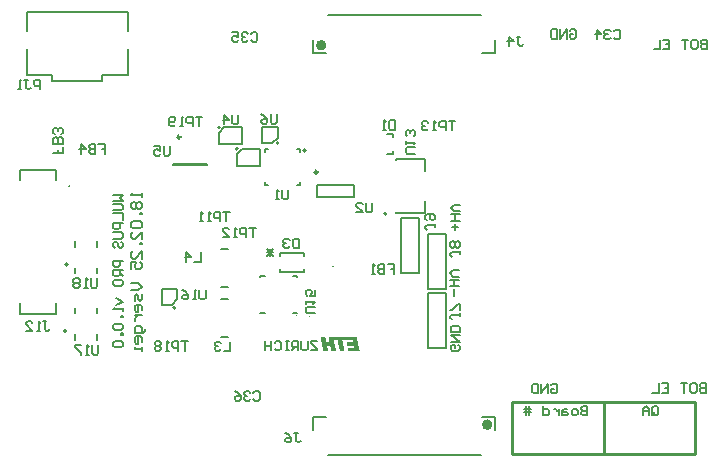
<source format=gbo>
G04*
G04 #@! TF.GenerationSoftware,Altium Limited,Altium Designer,24.6.1 (21)*
G04*
G04 Layer_Color=32896*
%FSLAX44Y44*%
%MOMM*%
G71*
G04*
G04 #@! TF.SameCoordinates,E18C277C-CF0C-426E-95C7-D1DF2096CF1D*
G04*
G04*
G04 #@! TF.FilePolarity,Positive*
G04*
G01*
G75*
%ADD11C,0.1524*%
%ADD12C,0.2000*%
%ADD13C,0.2500*%
%ADD14C,0.1000*%
%ADD16C,0.1500*%
%ADD17C,0.1270*%
%ADD163C,0.5080*%
%ADD164C,0.0500*%
%ADD165C,0.2540*%
G36*
X-43165Y-90639D02*
Y-90914D01*
X-45921D01*
Y-90694D01*
X-45976D01*
Y-90473D01*
X-46031D01*
Y-90198D01*
X-46086D01*
Y-89922D01*
X-46141D01*
Y-89702D01*
X-46196D01*
Y-89316D01*
X-46251D01*
Y-89150D01*
X-46306D01*
Y-88820D01*
X-46362D01*
Y-88544D01*
X-46417D01*
Y-88379D01*
X-46472D01*
Y-87993D01*
X-46527D01*
Y-87828D01*
X-46582D01*
Y-87442D01*
X-46637D01*
Y-87222D01*
X-46692D01*
Y-86946D01*
X-46747D01*
Y-86671D01*
X-46802D01*
Y-86505D01*
X-46858D01*
Y-86120D01*
X-46913D01*
Y-86065D01*
X-50825D01*
Y-86395D01*
X-50770D01*
Y-86560D01*
X-50715D01*
Y-86891D01*
X-50660D01*
Y-87167D01*
X-50605D01*
Y-87332D01*
X-50550D01*
Y-87718D01*
X-50495D01*
Y-87883D01*
X-50440D01*
Y-88269D01*
X-50384D01*
Y-88489D01*
X-50329D01*
Y-88765D01*
X-50274D01*
Y-89095D01*
X-50219D01*
Y-89261D01*
X-50164D01*
Y-89647D01*
X-50109D01*
Y-89867D01*
X-50054D01*
Y-90198D01*
X-49999D01*
Y-90473D01*
X-49943D01*
Y-90639D01*
X-49888D01*
Y-91024D01*
X-49833D01*
Y-91189D01*
X-49778D01*
Y-91575D01*
X-49723D01*
Y-91796D01*
X-49668D01*
Y-92071D01*
X-49613D01*
Y-92402D01*
X-49558D01*
Y-92567D01*
X-49503D01*
Y-92953D01*
X-49448D01*
Y-93173D01*
X-49392D01*
Y-93504D01*
X-49337D01*
Y-93724D01*
X-49282D01*
Y-93945D01*
X-49227D01*
Y-94276D01*
X-49172D01*
Y-94496D01*
X-49117D01*
Y-94827D01*
X-49062D01*
Y-95047D01*
X-49007D01*
Y-95323D01*
X-48952D01*
Y-95653D01*
X-48896D01*
Y-95874D01*
X-48841D01*
Y-96204D01*
X-48786D01*
Y-96425D01*
X-48731D01*
Y-96755D01*
X-48676D01*
Y-97031D01*
X-48621D01*
Y-97251D01*
X-48566D01*
Y-97582D01*
X-48511D01*
Y-97802D01*
X-48456D01*
Y-98133D01*
X-48401D01*
Y-98354D01*
X-48345D01*
Y-98574D01*
X-48235D01*
Y-98629D01*
X-48125D01*
Y-98574D01*
X-44653D01*
Y-98629D01*
X-44598D01*
Y-98574D01*
X-44378D01*
Y-98409D01*
X-44433D01*
Y-98243D01*
X-44488D01*
Y-97858D01*
X-44543D01*
Y-97692D01*
X-44598D01*
Y-97362D01*
X-44653D01*
Y-97086D01*
X-44708D01*
Y-96866D01*
X-44763D01*
Y-96535D01*
X-44819D01*
Y-96314D01*
X-44874D01*
Y-95929D01*
X-44929D01*
Y-95763D01*
X-44984D01*
Y-95433D01*
X-45039D01*
Y-95157D01*
X-45094D01*
Y-94937D01*
X-45149D01*
Y-94606D01*
X-45204D01*
Y-94386D01*
X-45259D01*
Y-94055D01*
X-45314D01*
Y-93835D01*
X-45259D01*
Y-93780D01*
X-42614D01*
Y-93835D01*
X-42559D01*
Y-93945D01*
X-42504D01*
Y-94331D01*
X-42449D01*
Y-94551D01*
X-42394D01*
Y-94771D01*
X-42339D01*
Y-95157D01*
X-42284D01*
Y-95323D01*
X-42228D01*
Y-95708D01*
X-42173D01*
Y-95929D01*
X-42118D01*
Y-96204D01*
X-42063D01*
Y-96480D01*
X-42008D01*
Y-96700D01*
X-41953D01*
Y-97086D01*
X-41898D01*
Y-97306D01*
X-41843D01*
Y-97637D01*
X-41788D01*
Y-97858D01*
X-41733D01*
Y-98078D01*
X-41677D01*
Y-98464D01*
X-41622D01*
Y-98574D01*
X-41512D01*
Y-98629D01*
X-41402D01*
Y-98574D01*
X-37930D01*
Y-98629D01*
X-37820D01*
Y-98574D01*
X-37710D01*
Y-98243D01*
X-37765D01*
Y-97968D01*
X-37820D01*
Y-97747D01*
X-37875D01*
Y-97417D01*
X-37930D01*
Y-97196D01*
X-37985D01*
Y-96866D01*
X-38040D01*
Y-96590D01*
X-38095D01*
Y-96314D01*
X-38150D01*
Y-96039D01*
X-38206D01*
Y-95819D01*
X-38261D01*
Y-95488D01*
X-38316D01*
Y-95267D01*
X-38371D01*
Y-94937D01*
X-38426D01*
Y-94661D01*
X-38481D01*
Y-94441D01*
X-38536D01*
Y-94110D01*
X-38591D01*
Y-93890D01*
X-38647D01*
Y-93559D01*
X-38702D01*
Y-93339D01*
X-38757D01*
Y-93008D01*
X-38812D01*
Y-92732D01*
X-38867D01*
Y-92512D01*
X-38922D01*
Y-92182D01*
X-38977D01*
Y-91961D01*
X-39032D01*
Y-91630D01*
X-39087D01*
Y-91355D01*
X-39142D01*
Y-91134D01*
X-39198D01*
Y-90804D01*
X-39253D01*
Y-90639D01*
X-39308D01*
Y-90253D01*
X-39363D01*
Y-90032D01*
X-39418D01*
Y-89757D01*
X-39473D01*
Y-89481D01*
X-39528D01*
Y-89261D01*
X-36332D01*
Y-89316D01*
X-36277D01*
Y-89591D01*
X-36222D01*
Y-89757D01*
X-36167D01*
Y-90142D01*
X-36112D01*
Y-90363D01*
X-36056D01*
Y-90583D01*
X-36001D01*
Y-90914D01*
X-35946D01*
Y-91134D01*
X-35891D01*
Y-91520D01*
X-35836D01*
Y-91741D01*
X-35781D01*
Y-92016D01*
X-35726D01*
Y-92292D01*
X-35671D01*
Y-92512D01*
X-35616D01*
Y-92898D01*
X-35561D01*
Y-93063D01*
X-35505D01*
Y-93394D01*
X-35450D01*
Y-93614D01*
X-35395D01*
Y-93835D01*
X-35340D01*
Y-94220D01*
X-35285D01*
Y-94386D01*
X-35230D01*
Y-94827D01*
X-35175D01*
Y-94992D01*
X-35120D01*
Y-95267D01*
X-35064D01*
Y-95598D01*
X-35009D01*
Y-95763D01*
X-34954D01*
Y-96204D01*
X-34899D01*
Y-96314D01*
X-34844D01*
Y-96700D01*
X-34789D01*
Y-96921D01*
X-34734D01*
Y-97141D01*
X-34679D01*
Y-97527D01*
X-34624D01*
Y-97692D01*
X-34569D01*
Y-98133D01*
X-34513D01*
Y-98298D01*
X-34458D01*
Y-98519D01*
X-34403D01*
Y-98574D01*
X-34348D01*
Y-98629D01*
X-34238D01*
Y-98574D01*
X-30491D01*
Y-98409D01*
X-30546D01*
Y-98188D01*
X-30601D01*
Y-97802D01*
X-30656D01*
Y-97637D01*
X-30711D01*
Y-97251D01*
X-30766D01*
Y-97086D01*
X-30821D01*
Y-96755D01*
X-30876D01*
Y-96480D01*
X-30931D01*
Y-96259D01*
X-30987D01*
Y-95929D01*
X-31042D01*
Y-95708D01*
X-31097D01*
Y-95378D01*
X-31152D01*
Y-95102D01*
X-31207D01*
Y-94937D01*
X-31262D01*
Y-94551D01*
X-31317D01*
Y-94331D01*
X-31372D01*
Y-94000D01*
X-31427D01*
Y-93780D01*
X-31483D01*
Y-93504D01*
X-31538D01*
Y-93173D01*
X-31593D01*
Y-93008D01*
X-31648D01*
Y-92622D01*
X-31703D01*
Y-92402D01*
X-31758D01*
Y-92071D01*
X-31813D01*
Y-91796D01*
X-31868D01*
Y-91630D01*
X-31923D01*
Y-91245D01*
X-31978D01*
Y-91079D01*
X-32034D01*
Y-90694D01*
X-32089D01*
Y-90473D01*
X-32144D01*
Y-90198D01*
X-32199D01*
Y-89867D01*
X-32254D01*
Y-89702D01*
X-32309D01*
Y-89261D01*
X-32254D01*
Y-89206D01*
X-32144D01*
Y-89261D01*
X-23492D01*
Y-89316D01*
X-23437D01*
Y-89647D01*
X-23382D01*
Y-89867D01*
X-23327D01*
Y-90198D01*
X-23272D01*
Y-90418D01*
X-23216D01*
Y-90694D01*
X-23161D01*
Y-90914D01*
X-28727D01*
Y-91024D01*
X-28782D01*
Y-91079D01*
X-28727D01*
Y-91355D01*
X-28672D01*
Y-91520D01*
X-28617D01*
Y-91906D01*
X-28562D01*
Y-92126D01*
X-28507D01*
Y-92402D01*
X-28452D01*
Y-92677D01*
X-28396D01*
Y-92898D01*
X-28341D01*
Y-93284D01*
X-28286D01*
Y-93504D01*
X-28231D01*
Y-93724D01*
X-28176D01*
Y-93780D01*
X-22610D01*
Y-93835D01*
X-22555D01*
Y-94000D01*
X-22500D01*
Y-94331D01*
X-22445D01*
Y-94551D01*
X-22390D01*
Y-94882D01*
X-22335D01*
Y-95102D01*
X-22280D01*
Y-95433D01*
X-27790D01*
Y-95488D01*
X-27845D01*
Y-95708D01*
X-27790D01*
Y-95984D01*
X-27735D01*
Y-96204D01*
X-27680D01*
Y-96590D01*
X-27625D01*
Y-96755D01*
X-27570D01*
Y-97141D01*
X-27515D01*
Y-97362D01*
X-27460D01*
Y-97582D01*
X-27405D01*
Y-97968D01*
X-27349D01*
Y-98133D01*
X-27294D01*
Y-98519D01*
X-27239D01*
Y-98574D01*
X-17926D01*
Y-98629D01*
X-17816D01*
Y-98574D01*
X-17706D01*
Y-98409D01*
X-17761D01*
Y-97968D01*
X-17816D01*
Y-97802D01*
X-17871D01*
Y-97472D01*
X-17926D01*
Y-97251D01*
X-17981D01*
Y-96976D01*
X-18036D01*
Y-96645D01*
X-18091D01*
Y-96480D01*
X-18147D01*
Y-96039D01*
X-18202D01*
Y-95874D01*
X-18257D01*
Y-95598D01*
X-18312D01*
Y-95267D01*
X-18367D01*
Y-95047D01*
X-18422D01*
Y-94661D01*
X-18477D01*
Y-94496D01*
X-18532D01*
Y-94165D01*
X-18587D01*
Y-93945D01*
X-18642D01*
Y-93669D01*
X-18698D01*
Y-93339D01*
X-18753D01*
Y-93173D01*
X-18808D01*
Y-92732D01*
X-18863D01*
Y-92567D01*
X-18918D01*
Y-92292D01*
X-18973D01*
Y-91961D01*
X-19028D01*
Y-91796D01*
X-19083D01*
Y-91355D01*
X-19138D01*
Y-91189D01*
X-19194D01*
Y-90859D01*
X-19249D01*
Y-90639D01*
X-19304D01*
Y-90418D01*
X-19359D01*
Y-90032D01*
X-19414D01*
Y-89867D01*
X-19469D01*
Y-89481D01*
X-19524D01*
Y-89261D01*
X-19579D01*
Y-89040D01*
X-19634D01*
Y-88655D01*
X-19690D01*
Y-88489D01*
X-19745D01*
Y-88104D01*
X-19800D01*
Y-87883D01*
X-19855D01*
Y-87607D01*
X-19910D01*
Y-87332D01*
X-19965D01*
Y-87112D01*
X-20020D01*
Y-86726D01*
X-20075D01*
Y-86560D01*
X-20130D01*
Y-86175D01*
X-20185D01*
Y-86065D01*
X-44047D01*
Y-86120D01*
X-44102D01*
Y-86395D01*
X-44047D01*
Y-86616D01*
X-43992D01*
Y-86781D01*
X-43937D01*
Y-87222D01*
X-43882D01*
Y-87387D01*
X-43827D01*
Y-87773D01*
X-43772D01*
Y-87993D01*
X-43716D01*
Y-88214D01*
X-43661D01*
Y-88544D01*
X-43606D01*
Y-88710D01*
X-43551D01*
Y-89095D01*
X-43496D01*
Y-89316D01*
X-43441D01*
Y-89591D01*
X-43386D01*
Y-89867D01*
X-43331D01*
Y-90087D01*
X-43275D01*
Y-90418D01*
X-43220D01*
Y-90639D01*
X-43165D01*
D02*
G37*
D11*
X85994Y-153871D02*
X97216D01*
Y-164759D02*
Y-153871D01*
X-57216D02*
X-45994D01*
X-44848Y-186129D02*
X84848D01*
X-57216Y-164759D02*
Y-153871D01*
Y153871D02*
X-45994D01*
X-57216D02*
Y164759D01*
X85994Y153871D02*
X97216D01*
X-44848Y186129D02*
X84848D01*
X97216Y153871D02*
Y164759D01*
X-85537Y-17823D02*
Y-14973D01*
Y-31484D02*
Y-28634D01*
Y-31484D02*
X-64963D01*
Y-17823D02*
Y-14973D01*
X-85537D02*
X-64963D01*
Y-31484D02*
Y-28634D01*
X-305621Y46289D02*
Y54950D01*
X-274379Y46289D02*
Y54950D01*
X-305621Y-67300D02*
X-274379D01*
X-305621D02*
Y-57889D01*
Y54950D02*
X-274379D01*
Y-67300D02*
Y-57889D01*
D12*
X-264803Y-24980D02*
G03*
X-264803Y-24980I-1000J0D01*
G01*
X-120630Y72880D02*
G03*
X-120630Y72880I-1000J0D01*
G01*
X-135880Y91130D02*
G03*
X-135880Y91130I-1000J0D01*
G01*
X5000Y18000D02*
G03*
X5000Y18000I-1000J0D01*
G01*
X-263500Y41700D02*
G03*
X-263500Y41700I-500J0D01*
G01*
X-266250Y-81250D02*
G03*
X-266250Y-81250I-1000J0D01*
G01*
X-86120Y77870D02*
G03*
X-86120Y77870I-1000J0D01*
G01*
X-236000Y130500D02*
Y135500D01*
X-213500D01*
Y157500D01*
Y172500D02*
Y189000D01*
X-278000Y130500D02*
Y135500D01*
Y130500D02*
X-236000D01*
X-299500Y135500D02*
X-299500Y157500D01*
X-299500Y135500D02*
X-278000D01*
X-299500Y189000D02*
X-213500D01*
X-299500D02*
X-299500Y172500D01*
X-101750Y-65978D02*
Y-65729D01*
Y-35229D02*
Y-34978D01*
X-70750Y-65978D02*
Y-65729D01*
Y-35229D02*
Y-34978D01*
X-101750Y-65978D02*
X-98000D01*
X-74500D02*
X-70750D01*
X-101750Y-34978D02*
X-98000D01*
X-74500D02*
X-70750D01*
X-172120Y-54250D02*
Y-45620D01*
X-185380D02*
X-172120D01*
X-185380Y-58880D02*
Y-45620D01*
Y-58880D02*
X-176750D01*
X-172120Y-54250D01*
X-175750Y59543D02*
Y60457D01*
Y59543D02*
X-146750D01*
X-175750Y60457D02*
X-146750D01*
Y59543D02*
Y60457D01*
X-121630Y58620D02*
Y68250D01*
Y58620D02*
X-102370D01*
X-121630Y68250D02*
X-117000Y72880D01*
X-102370Y58620D02*
Y72880D01*
X-117000D02*
X-102370D01*
X-136880Y76870D02*
Y86500D01*
Y76870D02*
X-117620D01*
X-136880Y86500D02*
X-132250Y91130D01*
X-117620Y76870D02*
Y91130D01*
X-132250D02*
X-117620D01*
X10250Y68500D02*
Y71250D01*
X5850Y68500D02*
X10250D01*
Y82750D02*
Y85500D01*
X5850D02*
X10250D01*
X32500Y-32000D02*
Y14000D01*
X17500Y-32000D02*
X32500D01*
X17500Y-32000D02*
X17500Y-32000D01*
X17500Y-32000D02*
Y14000D01*
X32500D01*
X55000Y-45500D02*
Y500D01*
X40000Y-45500D02*
X55000D01*
X40000Y-45500D02*
X40000Y-45500D01*
X40000Y-45500D02*
Y500D01*
X55000D01*
X40000Y-49500D02*
X55000D01*
X40000Y-95500D02*
Y-49500D01*
Y-95500D02*
X40000Y-95500D01*
X55000D01*
Y-49500D01*
X-135250Y-44000D02*
X-128750D01*
X-135250Y-12000D02*
X-128750D01*
X-135250Y-54000D02*
X-128750D01*
X-135250Y-86000D02*
X-128750D01*
X-98031Y72500D02*
X-95531D01*
X-98031Y70000D02*
Y72500D01*
Y42500D02*
X-95531D01*
X-98031D02*
Y45000D01*
X-70531Y72500D02*
X-68031D01*
Y70000D02*
Y72500D01*
X-70531Y42500D02*
X-68031D01*
Y45000D01*
X-22500Y32250D02*
Y42250D01*
X-53500D02*
X-22500D01*
X-53500Y32250D02*
X-22500D01*
X-53500D02*
Y42250D01*
X-100380Y77870D02*
X-91750D01*
X-100380D02*
Y91130D01*
X-91750Y77870D02*
X-87120Y82500D01*
X-100380Y91130D02*
X-87120D01*
Y82500D02*
Y91130D01*
X-202249Y35500D02*
Y32501D01*
Y34000D01*
X-211246D01*
X-209747Y35500D01*
Y28002D02*
X-211246Y26503D01*
Y23504D01*
X-209747Y22004D01*
X-208247D01*
X-206748Y23504D01*
X-205248Y22004D01*
X-203748D01*
X-202249Y23504D01*
Y26503D01*
X-203748Y28002D01*
X-205248D01*
X-206748Y26503D01*
X-208247Y28002D01*
X-209747D01*
X-206748Y26503D02*
Y23504D01*
X-202249Y19005D02*
X-203748D01*
Y17506D01*
X-202249D01*
Y19005D01*
X-209747Y11508D02*
X-211246Y10008D01*
Y7009D01*
X-209747Y5510D01*
X-203748D01*
X-202249Y7009D01*
Y10008D01*
X-203748Y11508D01*
X-209747D01*
X-202249Y-3487D02*
Y2511D01*
X-208247Y-3487D01*
X-209747D01*
X-211246Y-1988D01*
Y1011D01*
X-209747Y2511D01*
X-202249Y-6486D02*
X-203748D01*
Y-7986D01*
X-202249D01*
Y-6486D01*
Y-19982D02*
Y-13984D01*
X-208247Y-19982D01*
X-209747D01*
X-211246Y-18483D01*
Y-15483D01*
X-209747Y-13984D01*
X-211246Y-28979D02*
Y-22981D01*
X-206748D01*
X-208247Y-25980D01*
Y-27480D01*
X-206748Y-28979D01*
X-203748D01*
X-202249Y-27480D01*
Y-24481D01*
X-203748Y-22981D01*
X-211246Y-40975D02*
X-205248D01*
X-202249Y-43974D01*
X-205248Y-46973D01*
X-211246D01*
X-202249Y-49972D02*
Y-54471D01*
X-203748Y-55970D01*
X-205248Y-54471D01*
Y-51472D01*
X-206748Y-49972D01*
X-208247Y-51472D01*
Y-55970D01*
X-202249Y-63468D02*
Y-60469D01*
X-203748Y-58969D01*
X-206748D01*
X-208247Y-60469D01*
Y-63468D01*
X-206748Y-64967D01*
X-205248D01*
Y-58969D01*
X-208247Y-67966D02*
X-202249D01*
X-205248D01*
X-206748Y-69466D01*
X-208247Y-70965D01*
Y-72465D01*
X-199250Y-79963D02*
Y-81462D01*
X-200749Y-82962D01*
X-208247D01*
Y-78463D01*
X-206748Y-76964D01*
X-203748D01*
X-202249Y-78463D01*
Y-82962D01*
Y-90459D02*
Y-87460D01*
X-203748Y-85961D01*
X-206748D01*
X-208247Y-87460D01*
Y-90459D01*
X-206748Y-91959D01*
X-205248D01*
Y-85961D01*
X-202249Y-94958D02*
Y-97957D01*
Y-96457D01*
X-208247D01*
Y-94958D01*
X-226248Y34250D02*
X-218250D01*
X-220916Y31584D01*
X-218250Y28918D01*
X-226248D01*
Y26253D02*
X-219583D01*
X-218250Y24920D01*
Y22254D01*
X-219583Y20921D01*
X-226248D01*
Y18255D02*
X-218250D01*
Y12924D01*
Y10258D02*
X-226248D01*
Y6259D01*
X-224915Y4926D01*
X-222249D01*
X-220916Y6259D01*
Y10258D01*
X-226248Y2260D02*
X-219583D01*
X-218250Y927D01*
Y-1738D01*
X-219583Y-3071D01*
X-226248D01*
X-224915Y-11069D02*
X-226248Y-9736D01*
Y-7070D01*
X-224915Y-5737D01*
X-223582D01*
X-222249Y-7070D01*
Y-9736D01*
X-220916Y-11069D01*
X-219583D01*
X-218250Y-9736D01*
Y-7070D01*
X-219583Y-5737D01*
X-218250Y-21732D02*
X-226248D01*
Y-25731D01*
X-224915Y-27064D01*
X-222249D01*
X-220916Y-25731D01*
Y-21732D01*
X-218250Y-29729D02*
X-226248D01*
Y-33728D01*
X-224915Y-35061D01*
X-222249D01*
X-220916Y-33728D01*
Y-29729D01*
Y-32395D02*
X-218250Y-35061D01*
X-226248Y-41726D02*
Y-39060D01*
X-224915Y-37727D01*
X-219583D01*
X-218250Y-39060D01*
Y-41726D01*
X-219583Y-43058D01*
X-224915D01*
X-226248Y-41726D01*
X-223582Y-53722D02*
X-218250Y-56387D01*
X-223582Y-59053D01*
X-218250Y-61719D02*
Y-64385D01*
Y-63052D01*
X-226248D01*
X-224915Y-61719D01*
X-218250Y-68383D02*
X-219583D01*
Y-69716D01*
X-218250D01*
Y-68383D01*
X-224915Y-75048D02*
X-226248Y-76381D01*
Y-79047D01*
X-224915Y-80380D01*
X-219583D01*
X-218250Y-79047D01*
Y-76381D01*
X-219583Y-75048D01*
X-224915D01*
X-218250Y-83046D02*
X-219583D01*
Y-84378D01*
X-218250D01*
Y-83046D01*
X-224915Y-89710D02*
X-226248Y-91043D01*
Y-93709D01*
X-224915Y-95042D01*
X-219583D01*
X-218250Y-93709D01*
Y-91043D01*
X-219583Y-89710D01*
X-224915D01*
D13*
X-169500Y82854D02*
G03*
X-169500Y82854I-1250J0D01*
G01*
X-53250Y53250D02*
G03*
X-53250Y53250I-1250J0D01*
G01*
D14*
X-105250Y-65978D02*
G03*
X-105250Y-65978I-500J0D01*
G01*
D16*
X-173750Y-61750D02*
G03*
X-173750Y-61750I-1000J0D01*
G01*
X-63250Y71250D02*
G03*
X-63250Y71250I-1250J0D01*
G01*
X-53750Y-89753D02*
X-59082D01*
Y-91086D01*
X-53750Y-96417D01*
Y-97750D01*
X-59082D01*
X-61747Y-89753D02*
Y-96417D01*
X-63080Y-97750D01*
X-65746D01*
X-67079Y-96417D01*
Y-89753D01*
X-69745Y-97750D02*
Y-89753D01*
X-73744D01*
X-75076Y-91086D01*
Y-93751D01*
X-73744Y-95084D01*
X-69745D01*
X-72411D02*
X-75076Y-97750D01*
X-77742Y-89753D02*
X-80408D01*
X-79075D01*
Y-97750D01*
X-77742D01*
X-80408D01*
X-89738Y-91086D02*
X-88406Y-89753D01*
X-85740D01*
X-84407Y-91086D01*
Y-96417D01*
X-85740Y-97750D01*
X-88406D01*
X-89738Y-96417D01*
X-92404Y-89753D02*
Y-97750D01*
Y-93751D01*
X-97736D01*
Y-89753D01*
Y-97750D01*
X144168Y-127336D02*
X145501Y-126003D01*
X148167D01*
X149500Y-127336D01*
Y-132667D01*
X148167Y-134000D01*
X145501D01*
X144168Y-132667D01*
Y-130001D01*
X146834D01*
X141503Y-134000D02*
Y-126003D01*
X136171Y-134000D01*
Y-126003D01*
X133505D02*
Y-134000D01*
X129507D01*
X128174Y-132667D01*
Y-127336D01*
X129507Y-126003D01*
X133505D01*
X160168Y172665D02*
X161501Y173997D01*
X164167D01*
X165500Y172665D01*
Y167333D01*
X164167Y166000D01*
X161501D01*
X160168Y167333D01*
Y169999D01*
X162834D01*
X157503Y166000D02*
Y173997D01*
X152171Y166000D01*
Y173997D01*
X149505D02*
Y166000D01*
X145506D01*
X144174Y167333D01*
Y172665D01*
X145506Y173997D01*
X149505D01*
X276500Y165497D02*
Y157500D01*
X272501D01*
X271168Y158833D01*
Y160166D01*
X272501Y161499D01*
X276500D01*
X272501D01*
X271168Y162832D01*
Y164165D01*
X272501Y165497D01*
X276500D01*
X264504D02*
X267170D01*
X268503Y164165D01*
Y158833D01*
X267170Y157500D01*
X264504D01*
X263171Y158833D01*
Y164165D01*
X264504Y165497D01*
X260505D02*
X255174D01*
X257839D01*
Y157500D01*
X239179Y165497D02*
X244510D01*
Y157500D01*
X239179D01*
X244510Y161499D02*
X241845D01*
X236513Y165497D02*
Y157500D01*
X231181D01*
X275500Y-125503D02*
Y-133500D01*
X271501D01*
X270168Y-132167D01*
Y-130834D01*
X271501Y-129501D01*
X275500D01*
X271501D01*
X270168Y-128168D01*
Y-126835D01*
X271501Y-125503D01*
X275500D01*
X263504D02*
X266170D01*
X267503Y-126835D01*
Y-132167D01*
X266170Y-133500D01*
X263504D01*
X262171Y-132167D01*
Y-126835D01*
X263504Y-125503D01*
X259505D02*
X254174D01*
X256839D01*
Y-133500D01*
X238179Y-125503D02*
X243510D01*
Y-133500D01*
X238179D01*
X243510Y-129501D02*
X240845D01*
X235513Y-125503D02*
Y-133500D01*
X230181D01*
X175000Y-144753D02*
Y-152750D01*
X171001D01*
X169668Y-151417D01*
Y-150084D01*
X171001Y-148751D01*
X175000D01*
X171001D01*
X169668Y-147418D01*
Y-146086D01*
X171001Y-144753D01*
X175000D01*
X165670Y-152750D02*
X163004D01*
X161671Y-151417D01*
Y-148751D01*
X163004Y-147418D01*
X165670D01*
X167003Y-148751D01*
Y-151417D01*
X165670Y-152750D01*
X157672Y-147418D02*
X155007D01*
X153674Y-148751D01*
Y-152750D01*
X157672D01*
X159005Y-151417D01*
X157672Y-150084D01*
X153674D01*
X151008Y-147418D02*
Y-152750D01*
Y-150084D01*
X149675Y-148751D01*
X148342Y-147418D01*
X147009D01*
X137679Y-144753D02*
Y-152750D01*
X141677D01*
X143010Y-151417D01*
Y-148751D01*
X141677Y-147418D01*
X137679D01*
X125683Y-152750D02*
Y-144753D01*
X123017D02*
Y-152750D01*
X127015Y-147418D02*
X123017D01*
X121684D01*
X127015Y-150084D02*
X121684D01*
X229918Y-151417D02*
Y-146086D01*
X231251Y-144753D01*
X233917D01*
X235250Y-146086D01*
Y-151417D01*
X233917Y-152750D01*
X231251D01*
X232584Y-150084D02*
X229918Y-152750D01*
X231251D02*
X229918Y-151417D01*
X227253Y-152750D02*
Y-147418D01*
X224587Y-144753D01*
X221921Y-147418D01*
Y-152750D01*
Y-148751D01*
X227253D01*
X63249Y4250D02*
Y9582D01*
X65915Y6916D02*
X60583D01*
X67247Y12247D02*
X59250D01*
X63249D01*
Y17579D01*
X67247D01*
X59250D01*
X67247Y20245D02*
X61916D01*
X59250Y22911D01*
X61916Y25576D01*
X67247D01*
X65915Y-92918D02*
X67247Y-94251D01*
Y-96917D01*
X65915Y-98250D01*
X60583D01*
X59250Y-96917D01*
Y-94251D01*
X60583Y-92918D01*
X63249D01*
Y-95584D01*
X59250Y-90253D02*
X67247D01*
X59250Y-84921D01*
X67247D01*
Y-82255D02*
X59250D01*
Y-78257D01*
X60583Y-76924D01*
X65915D01*
X67247Y-78257D01*
Y-82255D01*
X62499Y-51250D02*
Y-45918D01*
X66497Y-43253D02*
X58500D01*
X62499D01*
Y-37921D01*
X66497D01*
X58500D01*
X66497Y-35255D02*
X61166D01*
X58500Y-32589D01*
X61166Y-29924D01*
X66497D01*
X-96000Y-17414D02*
X-90668Y-12083D01*
X-96000D02*
X-90668Y-17414D01*
X-96000Y-14749D02*
X-90668D01*
X-93334Y-12083D02*
Y-17414D01*
X-107668Y-133584D02*
X-106335Y-132251D01*
X-103670D01*
X-102337Y-133584D01*
Y-138916D01*
X-103670Y-140249D01*
X-106335D01*
X-107668Y-138916D01*
X-110334Y-133584D02*
X-111667Y-132251D01*
X-114333D01*
X-115666Y-133584D01*
Y-134917D01*
X-114333Y-136250D01*
X-113000D01*
X-114333D01*
X-115666Y-137583D01*
Y-138916D01*
X-114333Y-140249D01*
X-111667D01*
X-110334Y-138916D01*
X-123663Y-132251D02*
X-120997Y-133584D01*
X-118332Y-136250D01*
Y-138916D01*
X-119664Y-140249D01*
X-122330D01*
X-123663Y-138916D01*
Y-137583D01*
X-122330Y-136250D01*
X-118332D01*
X-109668Y170166D02*
X-108336Y171499D01*
X-105670D01*
X-104337Y170166D01*
Y164834D01*
X-105670Y163501D01*
X-108336D01*
X-109668Y164834D01*
X-112334Y170166D02*
X-113667Y171499D01*
X-116333D01*
X-117666Y170166D01*
Y168833D01*
X-116333Y167500D01*
X-115000D01*
X-116333D01*
X-117666Y166167D01*
Y164834D01*
X-116333Y163501D01*
X-113667D01*
X-112334Y164834D01*
X-125663Y171499D02*
X-120332D01*
Y167500D01*
X-122997Y168833D01*
X-124330D01*
X-125663Y167500D01*
Y164834D01*
X-124330Y163501D01*
X-121664D01*
X-120332Y164834D01*
X197582Y172416D02*
X198915Y173749D01*
X201580D01*
X202913Y172416D01*
Y167084D01*
X201580Y165751D01*
X198915D01*
X197582Y167084D01*
X194916Y172416D02*
X193583Y173749D01*
X190917D01*
X189584Y172416D01*
Y171083D01*
X190917Y169750D01*
X192250D01*
X190917D01*
X189584Y168417D01*
Y167084D01*
X190917Y165751D01*
X193583D01*
X194916Y167084D01*
X182920Y165751D02*
Y173749D01*
X186918Y169750D01*
X181587D01*
X62996Y96499D02*
X57664D01*
X60330D01*
Y88501D01*
X54998D02*
Y96499D01*
X50999D01*
X49666Y95166D01*
Y92500D01*
X50999Y91167D01*
X54998D01*
X47001Y88501D02*
X44335D01*
X45668D01*
Y96499D01*
X47001Y95166D01*
X40336D02*
X39003Y96499D01*
X36337D01*
X35004Y95166D01*
Y93833D01*
X36337Y92500D01*
X37670D01*
X36337D01*
X35004Y91167D01*
Y89834D01*
X36337Y88501D01*
X39003D01*
X40336Y89834D01*
X-105754Y5999D02*
X-111086D01*
X-108420D01*
Y-1999D01*
X-113752D02*
Y5999D01*
X-117751D01*
X-119084Y4666D01*
Y2000D01*
X-117751Y667D01*
X-113752D01*
X-121749Y-1999D02*
X-124415D01*
X-123082D01*
Y5999D01*
X-121749Y4666D01*
X-133745Y-1999D02*
X-128414D01*
X-133745Y3333D01*
Y4666D01*
X-132413Y5999D01*
X-129747D01*
X-128414Y4666D01*
X-151004Y99999D02*
X-156336D01*
X-153670D01*
Y92001D01*
X-159002D02*
Y99999D01*
X-163001D01*
X-164334Y98666D01*
Y96000D01*
X-163001Y94667D01*
X-159002D01*
X-166999Y92001D02*
X-169665D01*
X-168332D01*
Y99999D01*
X-166999Y98666D01*
X-173664Y93334D02*
X-174997Y92001D01*
X-177663D01*
X-178995Y93334D01*
Y98666D01*
X-177663Y99999D01*
X-174997D01*
X-173664Y98666D01*
Y97333D01*
X-174997Y96000D01*
X-178995D01*
X-163255Y-90001D02*
X-168586D01*
X-165920D01*
Y-97999D01*
X-171252D02*
Y-90001D01*
X-175251D01*
X-176583Y-91334D01*
Y-94000D01*
X-175251Y-95333D01*
X-171252D01*
X-179249Y-97999D02*
X-181915D01*
X-180582D01*
Y-90001D01*
X-179249Y-91334D01*
X-185914D02*
X-187247Y-90001D01*
X-189913D01*
X-191245Y-91334D01*
Y-92667D01*
X-189913Y-94000D01*
X-191245Y-95333D01*
Y-96666D01*
X-189913Y-97999D01*
X-187247D01*
X-185914Y-96666D01*
Y-95333D01*
X-187247Y-94000D01*
X-185914Y-92667D01*
Y-91334D01*
X-187247Y-94000D02*
X-189913D01*
X-127837Y19499D02*
X-133169D01*
X-130503D01*
Y11501D01*
X-135835D02*
Y19499D01*
X-139834D01*
X-141166Y18166D01*
Y15500D01*
X-139834Y14167D01*
X-135835D01*
X-143832Y11501D02*
X-146498D01*
X-145165D01*
Y19499D01*
X-143832Y18166D01*
X-150497Y11501D02*
X-153163D01*
X-151830D01*
Y19499D01*
X-150497Y18166D01*
X-239003Y-93501D02*
Y-100166D01*
X-240336Y-101499D01*
X-243002D01*
X-244335Y-100166D01*
Y-93501D01*
X-247001Y-101499D02*
X-249667D01*
X-248334D01*
Y-93501D01*
X-247001Y-94834D01*
X-253665Y-93501D02*
X-258997D01*
Y-94834D01*
X-253665Y-100166D01*
Y-101499D01*
X45999Y9667D02*
Y7001D01*
Y8334D01*
X39334D01*
X38001Y7001D01*
Y5668D01*
X39334Y4336D01*
Y12333D02*
X38001Y13666D01*
Y16332D01*
X39334Y17665D01*
X44666D01*
X45999Y16332D01*
Y13666D01*
X44666Y12333D01*
X43333D01*
X42000Y13666D01*
Y17665D01*
X66999Y-13333D02*
Y-15999D01*
Y-14666D01*
X60334D01*
X59001Y-15999D01*
Y-17332D01*
X60334Y-18664D01*
X65666Y-10667D02*
X66999Y-9334D01*
Y-6668D01*
X65666Y-5336D01*
X64333D01*
X63000Y-6668D01*
X61667Y-5336D01*
X60334D01*
X59001Y-6668D01*
Y-9334D01*
X60334Y-10667D01*
X61667D01*
X63000Y-9334D01*
X64333Y-10667D01*
X65666D01*
X63000Y-9334D02*
Y-6668D01*
X66999Y-66083D02*
Y-68749D01*
Y-67416D01*
X60334D01*
X59001Y-68749D01*
Y-70082D01*
X60334Y-71414D01*
X66999Y-63417D02*
Y-58085D01*
X65666D01*
X60334Y-63417D01*
X59001D01*
X-269251Y74668D02*
Y69337D01*
X-273250D01*
Y72003D01*
Y69337D01*
X-277249D01*
X-269251Y77334D02*
X-277249D01*
Y81333D01*
X-275916Y82666D01*
X-274583D01*
X-273250Y81333D01*
Y77334D01*
Y81333D01*
X-271917Y82666D01*
X-270584D01*
X-269251Y81333D01*
Y77334D01*
X-270584Y85332D02*
X-269251Y86664D01*
Y89330D01*
X-270584Y90663D01*
X-271917D01*
X-273250Y89330D01*
Y87997D01*
Y89330D01*
X-274583Y90663D01*
X-275916D01*
X-277249Y89330D01*
Y86664D01*
X-275916Y85332D01*
X-240003Y-36751D02*
Y-43416D01*
X-241336Y-44749D01*
X-244002D01*
X-245335Y-43416D01*
Y-36751D01*
X-248001Y-44749D02*
X-250667D01*
X-249334D01*
Y-36751D01*
X-248001Y-38084D01*
X-254665D02*
X-255998Y-36751D01*
X-258664D01*
X-259997Y-38084D01*
Y-39417D01*
X-258664Y-40750D01*
X-259997Y-42083D01*
Y-43416D01*
X-258664Y-44749D01*
X-255998D01*
X-254665Y-43416D01*
Y-42083D01*
X-255998Y-40750D01*
X-254665Y-39417D01*
Y-38084D01*
X-255998Y-40750D02*
X-258664D01*
X-148003Y-46501D02*
Y-53166D01*
X-149336Y-54499D01*
X-152002D01*
X-153335Y-53166D01*
Y-46501D01*
X-156001Y-54499D02*
X-158666D01*
X-157333D01*
Y-46501D01*
X-156001Y-47834D01*
X-167997Y-46501D02*
X-165331Y-47834D01*
X-162665Y-50500D01*
Y-53166D01*
X-163998Y-54499D01*
X-166664D01*
X-167997Y-53166D01*
Y-51833D01*
X-166664Y-50500D01*
X-162665D01*
X-55501Y-66247D02*
X-62166D01*
X-63499Y-64914D01*
Y-62248D01*
X-62166Y-60915D01*
X-55501D01*
X-63499Y-58249D02*
Y-55584D01*
Y-56916D01*
X-55501D01*
X-56834Y-58249D01*
X-55501Y-46253D02*
Y-51585D01*
X-59500D01*
X-58167Y-48919D01*
Y-47586D01*
X-59500Y-46253D01*
X-62166D01*
X-63499Y-47586D01*
Y-50252D01*
X-62166Y-51585D01*
X29249Y68753D02*
X22584D01*
X21251Y70086D01*
Y72752D01*
X22584Y74085D01*
X29249D01*
X21251Y76751D02*
Y79416D01*
Y78084D01*
X29249D01*
X27916Y76751D01*
Y83415D02*
X29249Y84748D01*
Y87414D01*
X27916Y88747D01*
X26583D01*
X25250Y87414D01*
Y86081D01*
Y87414D01*
X23917Y88747D01*
X22584D01*
X21251Y87414D01*
Y84748D01*
X22584Y83415D01*
X-87836Y101999D02*
Y95334D01*
X-89168Y94001D01*
X-91834D01*
X-93167Y95334D01*
Y101999D01*
X-101165D02*
X-98499Y100666D01*
X-95833Y98000D01*
Y95334D01*
X-97166Y94001D01*
X-99832D01*
X-101165Y95334D01*
Y96667D01*
X-99832Y98000D01*
X-95833D01*
X-178335Y75249D02*
Y68584D01*
X-179668Y67251D01*
X-182334D01*
X-183667Y68584D01*
Y75249D01*
X-191665D02*
X-186333D01*
Y71250D01*
X-188999Y72583D01*
X-190332D01*
X-191665Y71250D01*
Y68584D01*
X-190332Y67251D01*
X-187666D01*
X-186333Y68584D01*
X-120336Y101749D02*
Y95084D01*
X-121668Y93751D01*
X-124334D01*
X-125667Y95084D01*
Y101749D01*
X-132332Y93751D02*
Y101749D01*
X-128333Y97750D01*
X-133665D01*
X-7085Y27249D02*
Y20584D01*
X-8418Y19251D01*
X-11084D01*
X-12417Y20584D01*
Y27249D01*
X-20415Y19251D02*
X-15083D01*
X-20415Y24583D01*
Y25916D01*
X-19082Y27249D01*
X-16416D01*
X-15083Y25916D01*
X-77944Y38237D02*
Y31573D01*
X-79277Y30240D01*
X-81943D01*
X-83276Y31573D01*
Y38237D01*
X-85942Y30240D02*
X-88608D01*
X-87275D01*
Y38237D01*
X-85942Y36904D01*
X-288170Y123501D02*
Y131499D01*
X-292168D01*
X-293501Y130166D01*
Y127500D01*
X-292168Y126167D01*
X-288170D01*
X-301499Y131499D02*
X-298833D01*
X-300166D01*
Y124834D01*
X-298833Y123501D01*
X-297500D01*
X-296167Y124834D01*
X-304165Y123501D02*
X-306830D01*
X-305497D01*
Y131499D01*
X-304165Y130166D01*
X-127086Y-90251D02*
Y-98249D01*
X-132417D01*
X-135083Y-91584D02*
X-136416Y-90251D01*
X-139082D01*
X-140414Y-91584D01*
Y-92917D01*
X-139082Y-94250D01*
X-137749D01*
X-139082D01*
X-140414Y-95583D01*
Y-96916D01*
X-139082Y-98249D01*
X-136416D01*
X-135083Y-96916D01*
X-285585Y-73001D02*
X-282919D01*
X-284252D01*
Y-79666D01*
X-282919Y-80999D01*
X-281586D01*
X-280253Y-79666D01*
X-288251Y-80999D02*
X-290916D01*
X-289583D01*
Y-73001D01*
X-288251Y-74334D01*
X-300247Y-80999D02*
X-294915D01*
X-300247Y-75667D01*
Y-74334D01*
X-298914Y-73001D01*
X-296248D01*
X-294915Y-74334D01*
X-72917Y-167501D02*
X-70251D01*
X-71584D01*
Y-174166D01*
X-70251Y-175499D01*
X-68918D01*
X-67586Y-174166D01*
X-80914Y-167501D02*
X-78249Y-168834D01*
X-75583Y-171500D01*
Y-174166D01*
X-76916Y-175499D01*
X-79582D01*
X-80914Y-174166D01*
Y-172833D01*
X-79582Y-171500D01*
X-75583D01*
X115333Y167999D02*
X117999D01*
X116666D01*
Y161334D01*
X117999Y160001D01*
X119332D01*
X120665Y161334D01*
X108668Y160001D02*
Y167999D01*
X112667Y164000D01*
X107336D01*
X-238918Y76749D02*
X-233587D01*
Y72750D01*
X-236253D01*
X-233587D01*
Y68751D01*
X-241584Y76749D02*
Y68751D01*
X-245583D01*
X-246916Y70084D01*
Y71417D01*
X-245583Y72750D01*
X-241584D01*
X-245583D01*
X-246916Y74083D01*
Y75416D01*
X-245583Y76749D01*
X-241584D01*
X-253580Y68751D02*
Y76749D01*
X-249582Y72750D01*
X-254913D01*
X5999Y-25001D02*
X11330D01*
Y-29000D01*
X8665D01*
X11330D01*
Y-32999D01*
X3333Y-25001D02*
Y-32999D01*
X-666D01*
X-1999Y-31666D01*
Y-30333D01*
X-666Y-29000D01*
X3333D01*
X-666D01*
X-1999Y-27667D01*
Y-26334D01*
X-666Y-25001D01*
X3333D01*
X-4665Y-32999D02*
X-7330D01*
X-5997D01*
Y-25001D01*
X-4665Y-26334D01*
X-69085Y-3001D02*
Y-10999D01*
X-73084D01*
X-74417Y-9666D01*
Y-4334D01*
X-73084Y-3001D01*
X-69085D01*
X-77083Y-4334D02*
X-78416Y-3001D01*
X-81082D01*
X-82415Y-4334D01*
Y-5667D01*
X-81082Y-7000D01*
X-79749D01*
X-81082D01*
X-82415Y-8333D01*
Y-9666D01*
X-81082Y-10999D01*
X-78416D01*
X-77083Y-9666D01*
X12332Y97249D02*
Y89251D01*
X8333D01*
X7000Y90584D01*
Y95916D01*
X8333Y97249D01*
X12332D01*
X4334Y89251D02*
X1668D01*
X3001D01*
Y97249D01*
X4334Y95916D01*
X-152336Y-14751D02*
Y-22749D01*
X-157667D01*
X-164332D02*
Y-14751D01*
X-160333Y-18750D01*
X-165665D01*
D17*
X-239950Y-32050D02*
Y-27550D01*
X-258550Y-32050D02*
Y-27550D01*
X-239950Y-9950D02*
Y-5450D01*
X-258550Y-9950D02*
Y-5450D01*
X13217Y63979D02*
X37601D01*
X13217Y63242D02*
Y63979D01*
X37601Y54230D02*
Y63979D01*
Y19021D02*
Y28770D01*
X13217Y19021D02*
X37601D01*
X13217D02*
Y19758D01*
X-258550Y-66450D02*
Y-61950D01*
X-239950Y-66450D02*
Y-61950D01*
X-258550Y-88550D02*
Y-84050D01*
X-239950Y-88550D02*
Y-84050D01*
D163*
X92250Y-160641D02*
G03*
X92250Y-160641I-2000J0D01*
G01*
X-48250Y160641D02*
G03*
X-48250Y160641I-2000J0D01*
G01*
D164*
X-65750Y-41000D02*
G03*
X-65750Y-41500I0J-250D01*
G01*
D02*
G03*
X-65750Y-41000I0J250D01*
G01*
X-59750Y-68979D02*
G03*
X-60250Y-68979I-250J0D01*
G01*
D02*
G03*
X-59750Y-68979I250J0D01*
G01*
X-70750Y-68478D02*
G03*
X-71250Y-68478I-250J0D01*
G01*
D02*
G03*
X-70750Y-68478I250J0D01*
G01*
X-40000Y-26750D02*
G03*
X-40500Y-26750I-250J0D01*
G01*
D02*
G03*
X-40000Y-26750I250J0D01*
G01*
D165*
X266500Y-185750D02*
Y-141000D01*
X111500D02*
X266500D01*
X189000Y-185625D02*
Y-141000D01*
X111500Y-185500D02*
Y-141000D01*
X111250Y-185750D02*
X266500D01*
M02*

</source>
